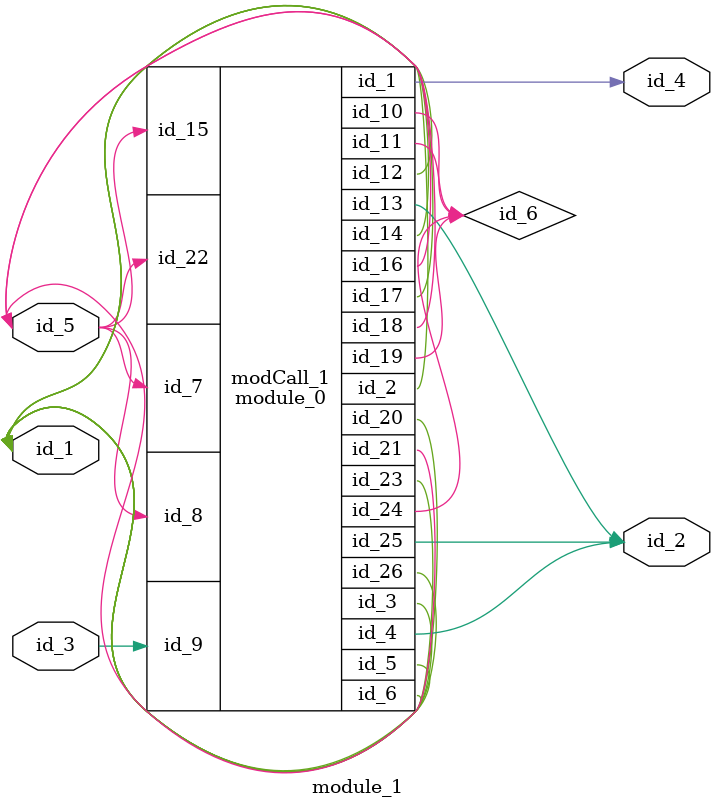
<source format=v>
module module_0 (
    id_1,
    id_2,
    id_3,
    id_4,
    id_5,
    id_6,
    id_7,
    id_8,
    id_9,
    id_10,
    id_11,
    id_12,
    id_13,
    id_14,
    id_15,
    id_16,
    id_17,
    id_18,
    id_19,
    id_20,
    id_21,
    id_22,
    id_23,
    id_24,
    id_25,
    id_26
);
  output wire id_26;
  output wire id_25;
  output wire id_24;
  output wire id_23;
  input wire id_22;
  inout wire id_21;
  inout wire id_20;
  inout wire id_19;
  output wire id_18;
  output wire id_17;
  output wire id_16;
  input wire id_15;
  inout wire id_14;
  output wire id_13;
  inout wire id_12;
  output wire id_11;
  inout wire id_10;
  input wire id_9;
  input wire id_8;
  input wire id_7;
  inout wire id_6;
  output wire id_5;
  output wire id_4;
  inout wire id_3;
  inout wire id_2;
  output wire id_1;
  wire id_27;
  assign id_14 = $realtime;
endmodule
module module_1 (
    id_1,
    id_2,
    id_3,
    id_4,
    id_5
);
  inout wire id_5;
  output wire id_4;
  input wire id_3;
  output wire id_2;
  inout wire id_1;
  wire id_6;
  module_0 modCall_1 (
      id_4,
      id_1,
      id_1,
      id_2,
      id_1,
      id_1,
      id_5,
      id_5,
      id_3,
      id_6,
      id_6,
      id_1,
      id_2,
      id_1,
      id_5,
      id_5,
      id_1,
      id_5,
      id_6,
      id_1,
      id_5,
      id_5,
      id_1,
      id_6,
      id_2,
      id_1
  );
endmodule

</source>
